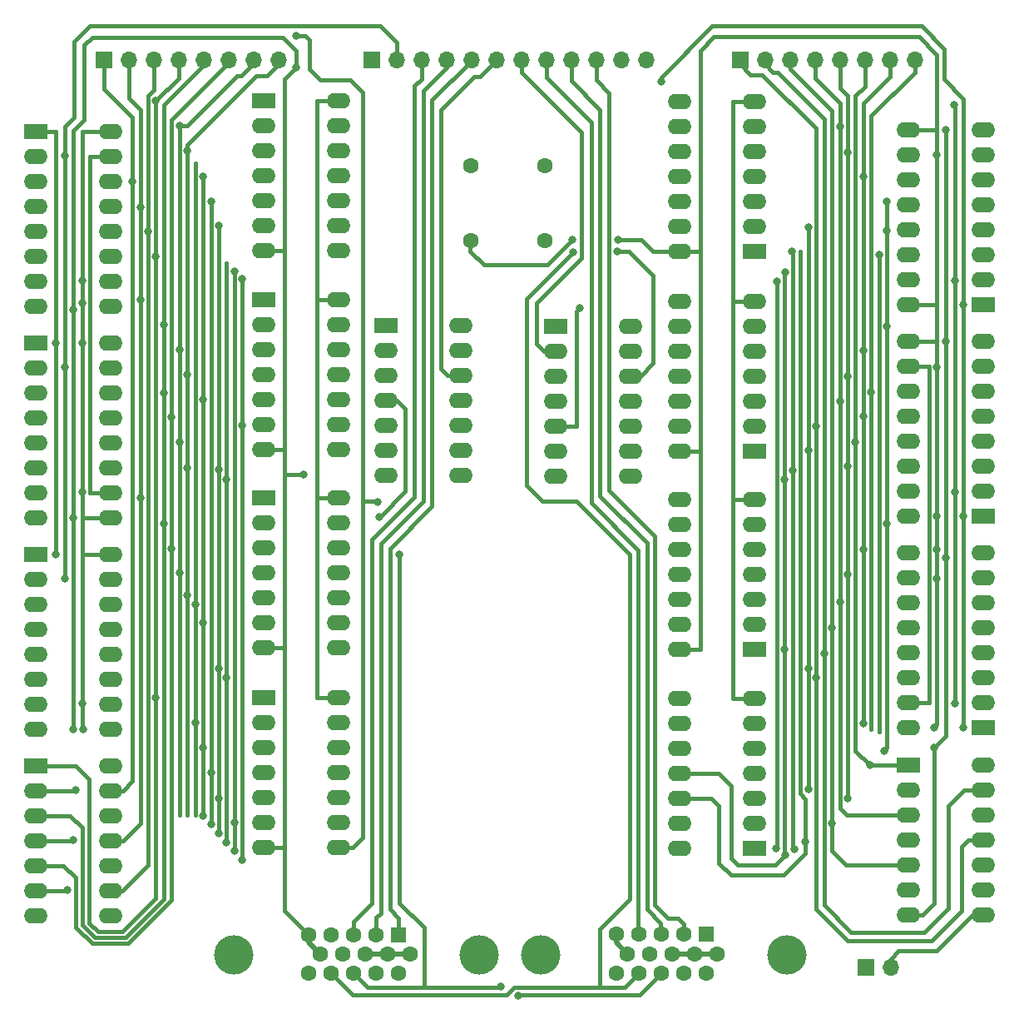
<source format=gbr>
%TF.GenerationSoftware,KiCad,Pcbnew,(6.0.5)*%
%TF.CreationDate,2023-02-18T09:08:36+02:00*%
%TF.ProjectId,VIDEOCARD_SCREENSYNC2.0,56494445-4f43-4415-9244-5f5343524545,rev?*%
%TF.SameCoordinates,Original*%
%TF.FileFunction,Copper,L2,Bot*%
%TF.FilePolarity,Positive*%
%FSLAX46Y46*%
G04 Gerber Fmt 4.6, Leading zero omitted, Abs format (unit mm)*
G04 Created by KiCad (PCBNEW (6.0.5)) date 2023-02-18 09:08:36*
%MOMM*%
%LPD*%
G01*
G04 APERTURE LIST*
%TA.AperFunction,ComponentPad*%
%ADD10C,4.000000*%
%TD*%
%TA.AperFunction,ComponentPad*%
%ADD11R,1.600000X1.600000*%
%TD*%
%TA.AperFunction,ComponentPad*%
%ADD12C,1.600000*%
%TD*%
%TA.AperFunction,ComponentPad*%
%ADD13R,2.400000X1.600000*%
%TD*%
%TA.AperFunction,ComponentPad*%
%ADD14O,2.400000X1.600000*%
%TD*%
%TA.AperFunction,ComponentPad*%
%ADD15R,1.700000X1.700000*%
%TD*%
%TA.AperFunction,ComponentPad*%
%ADD16O,1.700000X1.700000*%
%TD*%
%TA.AperFunction,ViaPad*%
%ADD17C,0.800000*%
%TD*%
%TA.AperFunction,Conductor*%
%ADD18C,0.400000*%
%TD*%
%TA.AperFunction,Conductor*%
%ADD19C,0.500000*%
%TD*%
G04 APERTURE END LIST*
D10*
%TO.P,VGA PORT 2,0*%
%TO.N,N/C*%
X149270000Y-138290000D03*
X174270000Y-138290000D03*
D11*
%TO.P,VGA PORT 2,1*%
X166085000Y-136240000D03*
D12*
%TO.P,VGA PORT 2,2*%
%TO.N,RED2*%
X163795000Y-136240000D03*
%TO.P,VGA PORT 2,3*%
%TO.N,GREEN2*%
X161505000Y-136240000D03*
%TO.P,VGA PORT 2,4*%
%TO.N,BLUE2*%
X159215000Y-136240000D03*
%TO.P,VGA PORT 2,5*%
%TO.N,GND*%
X156925000Y-136240000D03*
%TO.P,VGA PORT 2,6*%
X167230000Y-138220000D03*
%TO.P,VGA PORT 2,7*%
X164940000Y-138220000D03*
%TO.P,VGA PORT 2,8*%
X162650000Y-138220000D03*
%TO.P,VGA PORT 2,9*%
%TO.N,N/C*%
X160360000Y-138220000D03*
%TO.P,VGA PORT 2,10*%
%TO.N,GND*%
X158070000Y-138220000D03*
%TO.P,VGA PORT 2,11*%
%TO.N,N/C*%
X166085000Y-140200000D03*
%TO.P,VGA PORT 2,12*%
X163795000Y-140200000D03*
%TO.P,VGA PORT 2,13*%
%TO.N,H_SYNC*%
X161505000Y-140200000D03*
%TO.P,VGA PORT 2,14*%
%TO.N,V_SYNC*%
X159215000Y-140200000D03*
%TO.P,VGA PORT 2,15*%
%TO.N,N/C*%
X156925000Y-140200000D03*
%TD*%
D13*
%TO.P,74LS161,1*%
%TO.N,RESET1*%
X97880000Y-97570000D03*
D14*
%TO.P,74LS161,2*%
%TO.N,CLK*%
X97880000Y-100110000D03*
%TO.P,74LS161,3*%
%TO.N,N/C*%
X97880000Y-102650000D03*
%TO.P,74LS161,4*%
X97880000Y-105190000D03*
%TO.P,74LS161,5*%
X97880000Y-107730000D03*
%TO.P,74LS161,6*%
X97880000Y-110270000D03*
%TO.P,74LS161,7*%
%TO.N,VCC*%
X97880000Y-112810000D03*
%TO.P,74LS161,8*%
%TO.N,GND*%
X97880000Y-115350000D03*
%TO.P,74LS161,9*%
%TO.N,VCC*%
X105500000Y-115350000D03*
%TO.P,74LS161,10*%
%TO.N,N/C*%
X105500000Y-112810000D03*
%TO.P,74LS161,11*%
X105500000Y-110270000D03*
%TO.P,74LS161,12*%
X105500000Y-107730000D03*
%TO.P,74LS161,13*%
X105500000Y-105190000D03*
%TO.P,74LS161,14*%
%TO.N,H8*%
X105500000Y-102650000D03*
%TO.P,74LS161,15*%
%TO.N,N/C*%
X105500000Y-100110000D03*
%TO.P,74LS161,16*%
%TO.N,VCC*%
X105500000Y-97570000D03*
%TD*%
D12*
%TO.P,,1*%
%TO.N,VCC*%
X142100000Y-65700000D03*
%TD*%
D13*
%TO.P,74LS30,1*%
%TO.N,H1*%
X121080000Y-91870000D03*
D14*
%TO.P,74LS30,2*%
%TO.N,H4*%
X121080000Y-94410000D03*
%TO.P,74LS30,3*%
%TO.N,H5*%
X121080000Y-96950000D03*
%TO.P,74LS30,4*%
%TO.N,H6*%
X121080000Y-99490000D03*
%TO.P,74LS30,5*%
%TO.N,H7*%
X121080000Y-102030000D03*
%TO.P,74LS30,6*%
%TO.N,H_0*%
X121080000Y-104570000D03*
%TO.P,74LS30,7*%
%TO.N,GND*%
X121080000Y-107110000D03*
%TO.P,74LS30,8*%
%TO.N,242*%
X128700000Y-107110000D03*
%TO.P,74LS30,9*%
%TO.N,N/C*%
X128700000Y-104570000D03*
%TO.P,74LS30,10*%
X128700000Y-102030000D03*
%TO.P,74LS30,11*%
%TO.N,H_3*%
X128700000Y-99490000D03*
%TO.P,74LS30,12*%
%TO.N,H_2*%
X128700000Y-96950000D03*
%TO.P,74LS30,13*%
%TO.N,N/C*%
X128700000Y-94410000D03*
%TO.P,74LS30,14*%
%TO.N,VCC*%
X128700000Y-91870000D03*
%TD*%
D13*
%TO.P,74LS30,1*%
%TO.N,H3*%
X121080000Y-112170000D03*
D14*
%TO.P,74LS30,2*%
%TO.N,H8*%
X121080000Y-114710000D03*
%TO.P,74LS30,3*%
%TO.N,H_0*%
X121080000Y-117250000D03*
%TO.P,74LS30,4*%
%TO.N,H_1*%
X121080000Y-119790000D03*
%TO.P,74LS30,5*%
%TO.N,H_2*%
X121080000Y-122330000D03*
%TO.P,74LS30,6*%
%TO.N,H_4*%
X121080000Y-124870000D03*
%TO.P,74LS30,7*%
%TO.N,GND*%
X121080000Y-127410000D03*
%TO.P,74LS30,8*%
%TO.N,RESET1*%
X128700000Y-127410000D03*
%TO.P,74LS30,9*%
%TO.N,N/C*%
X128700000Y-124870000D03*
%TO.P,74LS30,10*%
X128700000Y-122330000D03*
%TO.P,74LS30,11*%
%TO.N,H_5*%
X128700000Y-119790000D03*
%TO.P,74LS30,12*%
X128700000Y-117250000D03*
%TO.P,74LS30,13*%
%TO.N,N/C*%
X128700000Y-114710000D03*
%TO.P,74LS30,14*%
%TO.N,VCC*%
X128700000Y-112170000D03*
%TD*%
D13*
%TO.P,74LS30,1*%
%TO.N,V_2*%
X170980000Y-66790000D03*
D14*
%TO.P,74LS30,2*%
%TO.N,V_5*%
X170980000Y-64250000D03*
%TO.P,74LS30,3*%
%TO.N,V9*%
X170980000Y-61710000D03*
%TO.P,74LS30,4*%
%TO.N,V6*%
X170980000Y-59170000D03*
%TO.P,74LS30,5*%
%TO.N,V4*%
X170980000Y-56630000D03*
%TO.P,74LS30,6*%
%TO.N,V3*%
X170980000Y-54090000D03*
%TO.P,74LS30,7*%
%TO.N,GND*%
X170980000Y-51550000D03*
%TO.P,74LS30,8*%
%TO.N,600*%
X163360000Y-51550000D03*
%TO.P,74LS30,9*%
%TO.N,N/C*%
X163360000Y-54090000D03*
%TO.P,74LS30,10*%
X163360000Y-56630000D03*
%TO.P,74LS30,11*%
%TO.N,V_1*%
X163360000Y-59170000D03*
%TO.P,74LS30,12*%
%TO.N,V_0*%
X163360000Y-61710000D03*
%TO.P,74LS30,13*%
%TO.N,N/C*%
X163360000Y-64250000D03*
%TO.P,74LS30,14*%
%TO.N,VCC*%
X163360000Y-66790000D03*
%TD*%
D13*
%TO.P,74LS04,1*%
%TO.N,V5*%
X186680000Y-119060000D03*
D14*
%TO.P,74LS04,2*%
%TO.N,V_5*%
X186680000Y-121600000D03*
%TO.P,74LS04,3*%
%TO.N,V3*%
X186680000Y-124140000D03*
%TO.P,74LS04,4*%
%TO.N,V_3*%
X186680000Y-126680000D03*
%TO.P,74LS04,5*%
%TO.N,V2*%
X186680000Y-129220000D03*
%TO.P,74LS04,6*%
%TO.N,V_2*%
X186680000Y-131760000D03*
%TO.P,74LS04,7*%
%TO.N,GND*%
X186680000Y-134300000D03*
%TO.P,74LS04,8*%
%TO.N,N/C*%
X194300000Y-134300000D03*
%TO.P,74LS04,9*%
X194300000Y-131760000D03*
%TO.P,74LS04,10*%
%TO.N,V_0*%
X194300000Y-129220000D03*
%TO.P,74LS04,11*%
%TO.N,V0*%
X194300000Y-126680000D03*
%TO.P,74LS04,12*%
%TO.N,V_1*%
X194300000Y-124140000D03*
%TO.P,74LS04,13*%
%TO.N,V1*%
X194300000Y-121600000D03*
%TO.P,74LS04,14*%
%TO.N,VCC*%
X194300000Y-119060000D03*
%TD*%
D13*
%TO.P,74LS161,1*%
%TO.N,RESET2*%
X194280000Y-115240000D03*
D14*
%TO.P,74LS161,2*%
%TO.N,RESET1*%
X194280000Y-112700000D03*
%TO.P,74LS161,3*%
%TO.N,N/C*%
X194280000Y-110160000D03*
%TO.P,74LS161,4*%
X194280000Y-107620000D03*
%TO.P,74LS161,5*%
X194280000Y-105080000D03*
%TO.P,74LS161,6*%
X194280000Y-102540000D03*
%TO.P,74LS161,7*%
%TO.N,VCC*%
X194280000Y-100000000D03*
%TO.P,74LS161,8*%
%TO.N,GND*%
X194280000Y-97460000D03*
%TO.P,74LS161,9*%
%TO.N,VCC*%
X186660000Y-97460000D03*
%TO.P,74LS161,10*%
X186660000Y-100000000D03*
%TO.P,74LS161,11*%
%TO.N,V3*%
X186660000Y-102540000D03*
%TO.P,74LS161,12*%
%TO.N,V2*%
X186660000Y-105080000D03*
%TO.P,74LS161,13*%
%TO.N,V1*%
X186660000Y-107620000D03*
%TO.P,74LS161,14*%
%TO.N,V0*%
X186660000Y-110160000D03*
%TO.P,74LS161,15*%
%TO.N,N/C*%
X186660000Y-112700000D03*
%TO.P,74LS161,16*%
%TO.N,VCC*%
X186660000Y-115240000D03*
%TD*%
%TO.P,74LS00,14*%
%TO.N,VCC*%
X158420000Y-74375000D03*
%TO.P,74LS00,13*%
%TO.N,601*%
X158420000Y-76915000D03*
%TO.P,74LS00,12*%
%TO.N,V_SYNC*%
X158420000Y-79455000D03*
%TO.P,74LS00,11*%
%TO.N,N/C*%
X158420000Y-81995000D03*
%TO.P,74LS00,10*%
X158420000Y-84535000D03*
%TO.P,74LS00,9*%
%TO.N,605*%
X158420000Y-87075000D03*
%TO.P,74LS00,8*%
%TO.N,V_SYNC*%
X158420000Y-89615000D03*
%TO.P,74LS00,7*%
%TO.N,GND*%
X150800000Y-89615000D03*
%TO.P,74LS00,6*%
%TO.N,V_BLANK*%
X150800000Y-87075000D03*
%TO.P,74LS00,5*%
%TO.N,RESET2*%
X150800000Y-84535000D03*
%TO.P,74LS00,4*%
%TO.N,N/C*%
X150800000Y-81995000D03*
%TO.P,74LS00,3*%
X150800000Y-79455000D03*
%TO.P,74LS00,2*%
%TO.N,V_BLANK*%
X150800000Y-76915000D03*
D13*
%TO.P,74LS00,1*%
%TO.N,600*%
X150800000Y-74375000D03*
%TD*%
%TO.P,74LS30,1*%
%TO.N,H3*%
X121080000Y-51470000D03*
D14*
%TO.P,74LS30,2*%
%TO.N,H6*%
X121080000Y-54010000D03*
%TO.P,74LS30,3*%
%TO.N,H7*%
X121080000Y-56550000D03*
%TO.P,74LS30,4*%
%TO.N,H_0*%
X121080000Y-59090000D03*
%TO.P,74LS30,5*%
%TO.N,H_1*%
X121080000Y-61630000D03*
%TO.P,74LS30,6*%
%TO.N,H_2*%
X121080000Y-64170000D03*
%TO.P,74LS30,7*%
%TO.N,GND*%
X121080000Y-66710000D03*
%TO.P,74LS30,8*%
%TO.N,200*%
X128700000Y-66710000D03*
%TO.P,74LS30,9*%
%TO.N,N/C*%
X128700000Y-64170000D03*
%TO.P,74LS30,10*%
X128700000Y-61630000D03*
%TO.P,74LS30,11*%
%TO.N,H_5*%
X128700000Y-59090000D03*
%TO.P,74LS30,12*%
%TO.N,H_4*%
X128700000Y-56550000D03*
%TO.P,74LS30,13*%
%TO.N,N/C*%
X128700000Y-54010000D03*
%TO.P,74LS30,14*%
%TO.N,VCC*%
X128700000Y-51470000D03*
%TD*%
D15*
%TO.P,REF\u002A\u002A,1*%
%TO.N,V0*%
X169525000Y-47275000D03*
D16*
%TO.P,REF\u002A\u002A,2*%
%TO.N,V1*%
X172065000Y-47275000D03*
%TO.P,REF\u002A\u002A,3*%
%TO.N,V2*%
X174605000Y-47275000D03*
%TO.P,REF\u002A\u002A,4*%
%TO.N,V3*%
X177145000Y-47275000D03*
%TO.P,REF\u002A\u002A,5*%
%TO.N,V4*%
X179685000Y-47275000D03*
%TO.P,REF\u002A\u002A,6*%
%TO.N,V5*%
X182225000Y-47275000D03*
%TO.P,REF\u002A\u002A,7*%
%TO.N,V6*%
X184765000Y-47275000D03*
%TO.P,REF\u002A\u002A,8*%
%TO.N,V7*%
X187305000Y-47275000D03*
%TD*%
D13*
%TO.P,74LS161,1*%
%TO.N,RESET1*%
X97880000Y-54570000D03*
D14*
%TO.P,74LS161,2*%
%TO.N,CLK*%
X97880000Y-57110000D03*
%TO.P,74LS161,3*%
%TO.N,N/C*%
X97880000Y-59650000D03*
%TO.P,74LS161,4*%
X97880000Y-62190000D03*
%TO.P,74LS161,5*%
X97880000Y-64730000D03*
%TO.P,74LS161,6*%
X97880000Y-67270000D03*
%TO.P,74LS161,7*%
%TO.N,VCC*%
X97880000Y-69810000D03*
%TO.P,74LS161,8*%
%TO.N,GND*%
X97880000Y-72350000D03*
%TO.P,74LS161,9*%
%TO.N,VCC*%
X105500000Y-72350000D03*
%TO.P,74LS161,10*%
X105500000Y-69810000D03*
%TO.P,74LS161,11*%
%TO.N,H3*%
X105500000Y-67270000D03*
%TO.P,74LS161,12*%
%TO.N,H2*%
X105500000Y-64730000D03*
%TO.P,74LS161,13*%
%TO.N,H1*%
X105500000Y-62190000D03*
%TO.P,74LS161,14*%
%TO.N,H0*%
X105500000Y-59650000D03*
%TO.P,74LS161,15*%
%TO.N,N/C*%
X105500000Y-57110000D03*
%TO.P,74LS161,16*%
%TO.N,VCC*%
X105500000Y-54570000D03*
%TD*%
D10*
%TO.P,VGA PORT 1,0*%
%TO.N,N/C*%
X117975000Y-138300000D03*
X142975000Y-138300000D03*
D11*
%TO.P,VGA PORT 1,1*%
%TO.N,RED1*%
X134790000Y-136250000D03*
D12*
%TO.P,VGA PORT 1,2*%
%TO.N,GREEN1*%
X132500000Y-136250000D03*
%TO.P,VGA PORT 1,3*%
%TO.N,BLUE1*%
X130210000Y-136250000D03*
%TO.P,VGA PORT 1,4*%
%TO.N,N/C*%
X127920000Y-136250000D03*
%TO.P,VGA PORT 1,5*%
%TO.N,GND*%
X125630000Y-136250000D03*
%TO.P,VGA PORT 1,6*%
X135935000Y-138230000D03*
%TO.P,VGA PORT 1,7*%
X133645000Y-138230000D03*
%TO.P,VGA PORT 1,8*%
X131355000Y-138230000D03*
%TO.P,VGA PORT 1,9*%
%TO.N,N/C*%
X129065000Y-138230000D03*
%TO.P,VGA PORT 1,10*%
%TO.N,GND*%
X126775000Y-138230000D03*
%TO.P,VGA PORT 1,11*%
%TO.N,N/C*%
X134790000Y-140210000D03*
%TO.P,VGA PORT 1,12*%
X132500000Y-140210000D03*
%TO.P,VGA PORT 1,13*%
%TO.N,H_SYNC*%
X130210000Y-140210000D03*
%TO.P,VGA PORT 1,14*%
%TO.N,V_SYNC*%
X127920000Y-140210000D03*
%TO.P,VGA PORT 1,15*%
%TO.N,N/C*%
X125630000Y-140210000D03*
%TD*%
D13*
%TO.P,74LS161,1*%
%TO.N,RESET1*%
X97880000Y-76070000D03*
D14*
%TO.P,74LS161,2*%
%TO.N,CLK*%
X97880000Y-78610000D03*
%TO.P,74LS161,3*%
%TO.N,N/C*%
X97880000Y-81150000D03*
%TO.P,74LS161,4*%
X97880000Y-83690000D03*
%TO.P,74LS161,5*%
X97880000Y-86230000D03*
%TO.P,74LS161,6*%
X97880000Y-88770000D03*
%TO.P,74LS161,7*%
%TO.N,VCC*%
X97880000Y-91310000D03*
%TO.P,74LS161,8*%
%TO.N,GND*%
X97880000Y-93850000D03*
%TO.P,74LS161,9*%
%TO.N,VCC*%
X105500000Y-93850000D03*
%TO.P,74LS161,10*%
%TO.N,N/C*%
X105500000Y-91310000D03*
%TO.P,74LS161,11*%
%TO.N,H7*%
X105500000Y-88770000D03*
%TO.P,74LS161,12*%
%TO.N,H6*%
X105500000Y-86230000D03*
%TO.P,74LS161,13*%
%TO.N,H5*%
X105500000Y-83690000D03*
%TO.P,74LS161,14*%
%TO.N,H4*%
X105500000Y-81150000D03*
%TO.P,74LS161,15*%
%TO.N,N/C*%
X105500000Y-78610000D03*
%TO.P,74LS161,16*%
%TO.N,VCC*%
X105500000Y-76070000D03*
%TD*%
D12*
%TO.P,,2*%
%TO.N,CLK*%
X142100000Y-58100000D03*
%TD*%
D15*
%TO.P,REF\u002A\u002A,1*%
%TO.N,H0*%
X104800000Y-47300000D03*
D16*
%TO.P,REF\u002A\u002A,2*%
%TO.N,H1*%
X107340000Y-47300000D03*
%TO.P,REF\u002A\u002A,3*%
%TO.N,H2*%
X109880000Y-47300000D03*
%TO.P,REF\u002A\u002A,4*%
%TO.N,H3*%
X112420000Y-47300000D03*
%TO.P,REF\u002A\u002A,5*%
%TO.N,H4*%
X114960000Y-47300000D03*
%TO.P,REF\u002A\u002A,6*%
%TO.N,H5*%
X117500000Y-47300000D03*
%TO.P,REF\u002A\u002A,7*%
%TO.N,H6*%
X120040000Y-47300000D03*
%TO.P,REF\u002A\u002A,8*%
%TO.N,H7*%
X122580000Y-47300000D03*
%TD*%
D13*
%TO.P,74LS30,1*%
%TO.N,V_5*%
X170980000Y-87090000D03*
D14*
%TO.P,74LS30,2*%
%TO.N,V0*%
X170980000Y-84550000D03*
%TO.P,74LS30,3*%
%TO.N,V3*%
X170980000Y-82010000D03*
%TO.P,74LS30,4*%
%TO.N,V4*%
X170980000Y-79470000D03*
%TO.P,74LS30,5*%
%TO.N,V6*%
X170980000Y-76930000D03*
%TO.P,74LS30,6*%
%TO.N,V9*%
X170980000Y-74390000D03*
%TO.P,74LS30,7*%
%TO.N,GND*%
X170980000Y-71850000D03*
%TO.P,74LS30,8*%
%TO.N,601*%
X163360000Y-71850000D03*
%TO.P,74LS30,9*%
%TO.N,N/C*%
X163360000Y-74390000D03*
%TO.P,74LS30,10*%
X163360000Y-76930000D03*
%TO.P,74LS30,11*%
%TO.N,V_2*%
X163360000Y-79470000D03*
%TO.P,74LS30,12*%
%TO.N,V_1*%
X163360000Y-82010000D03*
%TO.P,74LS30,13*%
%TO.N,N/C*%
X163360000Y-84550000D03*
%TO.P,74LS30,14*%
%TO.N,VCC*%
X163360000Y-87090000D03*
%TD*%
D13*
%TO.P,74LS161,1*%
%TO.N,RESET2*%
X194280000Y-72240000D03*
D14*
%TO.P,74LS161,2*%
%TO.N,RESET1*%
X194280000Y-69700000D03*
%TO.P,74LS161,3*%
%TO.N,N/C*%
X194280000Y-67160000D03*
%TO.P,74LS161,4*%
X194280000Y-64620000D03*
%TO.P,74LS161,5*%
X194280000Y-62080000D03*
%TO.P,74LS161,6*%
X194280000Y-59540000D03*
%TO.P,74LS161,7*%
%TO.N,VCC*%
X194280000Y-57000000D03*
%TO.P,74LS161,8*%
%TO.N,GND*%
X194280000Y-54460000D03*
%TO.P,74LS161,9*%
%TO.N,VCC*%
X186660000Y-54460000D03*
%TO.P,74LS161,10*%
%TO.N,N/C*%
X186660000Y-57000000D03*
%TO.P,74LS161,11*%
X186660000Y-59540000D03*
%TO.P,74LS161,12*%
X186660000Y-62080000D03*
%TO.P,74LS161,13*%
%TO.N,V9*%
X186660000Y-64620000D03*
%TO.P,74LS161,14*%
%TO.N,V8*%
X186660000Y-67160000D03*
%TO.P,74LS161,15*%
%TO.N,N/C*%
X186660000Y-69700000D03*
%TO.P,74LS161,16*%
%TO.N,VCC*%
X186660000Y-72240000D03*
%TD*%
D13*
%TO.P,74LS30,1*%
%TO.N,H1*%
X121080000Y-71670000D03*
D14*
%TO.P,74LS30,2*%
%TO.N,H4*%
X121080000Y-74210000D03*
%TO.P,74LS30,3*%
%TO.N,H6*%
X121080000Y-76750000D03*
%TO.P,74LS30,4*%
%TO.N,H7*%
X121080000Y-79290000D03*
%TO.P,74LS30,5*%
%TO.N,H_0*%
X121080000Y-81830000D03*
%TO.P,74LS30,6*%
%TO.N,H_5*%
X121080000Y-84370000D03*
%TO.P,74LS30,7*%
%TO.N,GND*%
X121080000Y-86910000D03*
%TO.P,74LS30,8*%
%TO.N,210*%
X128700000Y-86910000D03*
%TO.P,74LS30,9*%
%TO.N,N/C*%
X128700000Y-84370000D03*
%TO.P,74LS30,10*%
X128700000Y-81830000D03*
%TO.P,74LS30,11*%
%TO.N,H_3*%
X128700000Y-79290000D03*
%TO.P,74LS30,12*%
%TO.N,H_2*%
X128700000Y-76750000D03*
%TO.P,74LS30,13*%
%TO.N,N/C*%
X128700000Y-74210000D03*
%TO.P,74LS30,14*%
%TO.N,VCC*%
X128700000Y-71670000D03*
%TD*%
D15*
%TO.P,REF\u002A\u002A,1*%
%TO.N,N/C*%
X182305000Y-139570000D03*
D16*
%TO.P,REF\u002A\u002A,2*%
X184845000Y-139570000D03*
%TD*%
D12*
%TO.P,,3*%
%TO.N,GND*%
X149700000Y-58100000D03*
%TD*%
D13*
%TO.P,74LS161,1*%
%TO.N,RESET2*%
X194280000Y-93740000D03*
D14*
%TO.P,74LS161,2*%
%TO.N,RESET1*%
X194280000Y-91200000D03*
%TO.P,74LS161,3*%
%TO.N,N/C*%
X194280000Y-88660000D03*
%TO.P,74LS161,4*%
X194280000Y-86120000D03*
%TO.P,74LS161,5*%
X194280000Y-83580000D03*
%TO.P,74LS161,6*%
X194280000Y-81040000D03*
%TO.P,74LS161,7*%
%TO.N,VCC*%
X194280000Y-78500000D03*
%TO.P,74LS161,8*%
%TO.N,GND*%
X194280000Y-75960000D03*
%TO.P,74LS161,9*%
%TO.N,VCC*%
X186660000Y-75960000D03*
%TO.P,74LS161,10*%
%TO.N,N/C*%
X186660000Y-78500000D03*
%TO.P,74LS161,11*%
%TO.N,V7*%
X186660000Y-81040000D03*
%TO.P,74LS161,12*%
%TO.N,V6*%
X186660000Y-83580000D03*
%TO.P,74LS161,13*%
%TO.N,V5*%
X186660000Y-86120000D03*
%TO.P,74LS161,14*%
%TO.N,V4*%
X186660000Y-88660000D03*
%TO.P,74LS161,15*%
%TO.N,N/C*%
X186660000Y-91200000D03*
%TO.P,74LS161,16*%
%TO.N,VCC*%
X186660000Y-93740000D03*
%TD*%
D13*
%TO.P,74LS04,1*%
%TO.N,H3*%
X97880000Y-119070000D03*
D14*
%TO.P,74LS04,2*%
%TO.N,H_3*%
X97880000Y-121610000D03*
%TO.P,74LS04,3*%
%TO.N,H4*%
X97880000Y-124150000D03*
%TO.P,74LS04,4*%
%TO.N,H_4*%
X97880000Y-126690000D03*
%TO.P,74LS04,5*%
%TO.N,H5*%
X97880000Y-129230000D03*
%TO.P,74LS04,6*%
%TO.N,H_5*%
X97880000Y-131770000D03*
%TO.P,74LS04,7*%
%TO.N,GND*%
X97880000Y-134310000D03*
%TO.P,74LS04,8*%
%TO.N,H_2*%
X105500000Y-134310000D03*
%TO.P,74LS04,9*%
%TO.N,H2*%
X105500000Y-131770000D03*
%TO.P,74LS04,10*%
%TO.N,H_1*%
X105500000Y-129230000D03*
%TO.P,74LS04,11*%
%TO.N,H1*%
X105500000Y-126690000D03*
%TO.P,74LS04,12*%
%TO.N,H_0*%
X105500000Y-124150000D03*
%TO.P,74LS04,13*%
%TO.N,H0*%
X105500000Y-121610000D03*
%TO.P,74LS04,14*%
%TO.N,VCC*%
X105500000Y-119070000D03*
%TD*%
D13*
%TO.P,74LS00,1*%
%TO.N,242*%
X133500000Y-74300000D03*
D14*
%TO.P,74LS00,2*%
%TO.N,N/C*%
X133500000Y-76840000D03*
%TO.P,74LS00,3*%
%TO.N,H_SYNC*%
X133500000Y-79380000D03*
%TO.P,74LS00,4*%
X133500000Y-81920000D03*
%TO.P,74LS00,5*%
%TO.N,210*%
X133500000Y-84460000D03*
%TO.P,74LS00,6*%
%TO.N,N/C*%
X133500000Y-87000000D03*
%TO.P,74LS00,7*%
%TO.N,GND*%
X133500000Y-89540000D03*
%TO.P,74LS00,8*%
%TO.N,H_BLANK*%
X141120000Y-89540000D03*
%TO.P,74LS00,9*%
%TO.N,RESET1*%
X141120000Y-87000000D03*
%TO.P,74LS00,10*%
%TO.N,N/C*%
X141120000Y-84460000D03*
%TO.P,74LS00,11*%
X141120000Y-81920000D03*
%TO.P,74LS00,12*%
%TO.N,H_BLANK*%
X141120000Y-79380000D03*
%TO.P,74LS00,13*%
%TO.N,200*%
X141120000Y-76840000D03*
%TO.P,74LS00,14*%
%TO.N,VCC*%
X141120000Y-74300000D03*
%TD*%
D13*
%TO.P,74LS30,1*%
%TO.N,V_1*%
X170980000Y-107290000D03*
D14*
%TO.P,74LS30,2*%
%TO.N,V2*%
X170980000Y-104750000D03*
%TO.P,74LS30,3*%
%TO.N,V3*%
X170980000Y-102210000D03*
%TO.P,74LS30,4*%
%TO.N,V4*%
X170980000Y-99670000D03*
%TO.P,74LS30,5*%
%TO.N,V6*%
X170980000Y-97130000D03*
%TO.P,74LS30,6*%
%TO.N,V9*%
X170980000Y-94590000D03*
%TO.P,74LS30,7*%
%TO.N,GND*%
X170980000Y-92050000D03*
%TO.P,74LS30,8*%
%TO.N,605*%
X163360000Y-92050000D03*
%TO.P,74LS30,9*%
%TO.N,N/C*%
X163360000Y-94590000D03*
%TO.P,74LS30,10*%
X163360000Y-97130000D03*
%TO.P,74LS30,11*%
%TO.N,V_5*%
X163360000Y-99670000D03*
%TO.P,74LS30,12*%
%TO.N,V0*%
X163360000Y-102210000D03*
%TO.P,74LS30,13*%
%TO.N,N/C*%
X163360000Y-104750000D03*
%TO.P,74LS30,14*%
%TO.N,VCC*%
X163360000Y-107290000D03*
%TD*%
D15*
%TO.P,REF\u002A\u002A,1*%
%TO.N,VCC*%
X132025000Y-47275000D03*
D16*
%TO.P,REF\u002A\u002A,2*%
%TO.N,CLK*%
X134565000Y-47275000D03*
%TO.P,REF\u002A\u002A,3*%
%TO.N,BLUE1*%
X137105000Y-47275000D03*
%TO.P,REF\u002A\u002A,4*%
%TO.N,GREEN1*%
X139645000Y-47275000D03*
%TO.P,REF\u002A\u002A,5*%
%TO.N,RED1*%
X142185000Y-47275000D03*
%TO.P,REF\u002A\u002A,6*%
%TO.N,H_BLANK*%
X144725000Y-47275000D03*
%TO.P,REF\u002A\u002A,7*%
%TO.N,V_BLANK*%
X147265000Y-47275000D03*
%TO.P,REF\u002A\u002A,8*%
%TO.N,BLUE2*%
X149805000Y-47275000D03*
%TO.P,REF\u002A\u002A,9*%
%TO.N,GREEN2*%
X152345000Y-47275000D03*
%TO.P,REF\u002A\u002A,10*%
%TO.N,RED2*%
X154885000Y-47275000D03*
%TO.P,REF\u002A\u002A,11*%
%TO.N,GND*%
X157425000Y-47275000D03*
%TO.P,REF\u002A\u002A,12*%
%TO.N,N/C*%
X159965000Y-47275000D03*
%TD*%
D12*
%TO.P,,4*%
%TO.N,N/C*%
X149700000Y-65700000D03*
%TD*%
D13*
%TO.P,74LS30,1*%
%TO.N,V_0*%
X170980000Y-127490000D03*
D14*
%TO.P,74LS30,2*%
%TO.N,V2*%
X170980000Y-124950000D03*
%TO.P,74LS30,3*%
%TO.N,V4*%
X170980000Y-122410000D03*
%TO.P,74LS30,4*%
%TO.N,V5*%
X170980000Y-119870000D03*
%TO.P,74LS30,5*%
%TO.N,V9*%
X170980000Y-117330000D03*
%TO.P,74LS30,6*%
%TO.N,V6*%
X170980000Y-114790000D03*
%TO.P,74LS30,7*%
%TO.N,GND*%
X170980000Y-112250000D03*
%TO.P,74LS30,8*%
%TO.N,RESET2*%
X163360000Y-112250000D03*
%TO.P,74LS30,9*%
%TO.N,N/C*%
X163360000Y-114790000D03*
%TO.P,74LS30,10*%
X163360000Y-117330000D03*
%TO.P,74LS30,11*%
%TO.N,V_1*%
X163360000Y-119870000D03*
%TO.P,74LS30,12*%
%TO.N,V_3*%
X163360000Y-122410000D03*
%TO.P,74LS30,13*%
%TO.N,N/C*%
X163360000Y-124950000D03*
%TO.P,74LS30,14*%
%TO.N,VCC*%
X163360000Y-127490000D03*
%TD*%
D17*
%TO.N,V_SYNC*%
X152550000Y-66850000D03*
X157050000Y-66750000D03*
%TO.N,RESET2*%
X153200000Y-72550000D03*
%TO.N,H_SYNC*%
X134880000Y-97570000D03*
%TO.N,*%
X132680000Y-92270000D03*
X152480000Y-65570000D03*
X157080000Y-65570000D03*
%TO.N,H_SYNC*%
X132780000Y-93770000D03*
%TO.N,*%
X113280000Y-88770000D03*
X110880000Y-81170000D03*
X111680000Y-83670000D03*
X161480000Y-49470000D03*
X112480000Y-86170000D03*
%TO.N,GND*%
X189300000Y-117200000D03*
X190500000Y-97950000D03*
X125100000Y-89500000D03*
X101680000Y-115370000D03*
X101700000Y-72700000D03*
X190480000Y-75940000D03*
X124380000Y-48070000D03*
X190480000Y-54440000D03*
X101680000Y-93870000D03*
%TO.N,VCC*%
X189580000Y-93740000D03*
X102580000Y-112770000D03*
X189580000Y-97100000D03*
X102580000Y-91270000D03*
X102580000Y-69770000D03*
X189580000Y-56970000D03*
X102580000Y-76070000D03*
X102680000Y-115370000D03*
X102580500Y-72000000D03*
X189580000Y-78540000D03*
X189580000Y-100040000D03*
X189250000Y-115200000D03*
%TO.N,CLK*%
X100780000Y-57070000D03*
X100780000Y-100070000D03*
X100780000Y-78570000D03*
%TO.N,H1*%
X108480000Y-91870000D03*
X108480000Y-71670000D03*
X108480000Y-62270000D03*
%TO.N,H2*%
X109280000Y-64770000D03*
%TO.N,H3*%
X110080000Y-112170000D03*
X110080000Y-51470000D03*
X110080000Y-67270000D03*
%TO.N,H4*%
X110880000Y-94470000D03*
X110880000Y-74270000D03*
%TO.N,H5*%
X111680000Y-96970000D03*
%TO.N,H6*%
X112480000Y-53970000D03*
X112480000Y-76770000D03*
X112480000Y-99470000D03*
%TO.N,H7*%
X113280000Y-79270000D03*
X113280000Y-56570000D03*
X113280000Y-101770000D03*
%TO.N,H0*%
X107650000Y-59650000D03*
%TO.N,V0*%
X177280000Y-110160000D03*
X177280000Y-84590000D03*
%TO.N,V1*%
X178080000Y-107660000D03*
%TO.N,V2*%
X178880000Y-124920000D03*
X178880000Y-105060000D03*
%TO.N,V3*%
X179680000Y-54080000D03*
X179680000Y-81990000D03*
X179680000Y-102390000D03*
%TO.N,V4*%
X180500000Y-122400000D03*
X180480000Y-79480000D03*
X180480000Y-56680000D03*
X180480000Y-99620000D03*
X180480000Y-88660000D03*
%TO.N,V5*%
X182760000Y-119060000D03*
X181280000Y-86160000D03*
%TO.N,V6*%
X182080000Y-83560000D03*
X182080000Y-76890000D03*
X182080000Y-114800000D03*
X182080000Y-97120000D03*
X182080000Y-59120000D03*
%TO.N,V7*%
X182880000Y-81060000D03*
%TO.N,H_1*%
X115680000Y-61670000D03*
X115680000Y-125070000D03*
X115680000Y-119770000D03*
%TO.N,H_2*%
X116480000Y-125970000D03*
X116480000Y-64170000D03*
X116480000Y-109170000D03*
X116480000Y-122370000D03*
X116480000Y-88970000D03*
%TO.N,H_3*%
X117280000Y-126870000D03*
X101900000Y-121600000D03*
X117280000Y-89970000D03*
X117280000Y-110170000D03*
%TO.N,H_4*%
X101630000Y-126670000D03*
X118080000Y-127770000D03*
X118080000Y-124870000D03*
X118080000Y-68770000D03*
%TO.N,H_5*%
X101050000Y-131750000D03*
X118880000Y-69570000D03*
X118880000Y-128670000D03*
X118880000Y-84470000D03*
%TO.N,H_0*%
X114880000Y-104570000D03*
X114880000Y-81870000D03*
X114880000Y-117270000D03*
X114880000Y-124170000D03*
X114880000Y-59170000D03*
%TO.N,V_0*%
X173200000Y-127500000D03*
X173280000Y-69790000D03*
%TO.N,V_1*%
X174080000Y-107280000D03*
X174100000Y-68900000D03*
X174080000Y-90020000D03*
X174100000Y-128200000D03*
%TO.N,V_2*%
X174800000Y-66800000D03*
X174880000Y-89020000D03*
X175100000Y-127600000D03*
%TO.N,V_3*%
X176200000Y-126770000D03*
%TO.N,V_5*%
X176500000Y-121500000D03*
X176480000Y-109220000D03*
X176480000Y-87020000D03*
X176480000Y-64290000D03*
%TO.N,H_SYNC*%
X146980000Y-142470000D03*
X145180000Y-141570000D03*
%TO.N,RESET1*%
X99880000Y-76070000D03*
X191380000Y-91240000D03*
X191380000Y-69740000D03*
X124380000Y-44870000D03*
X191280000Y-51870000D03*
X191380000Y-112740000D03*
X99880000Y-97570000D03*
%TO.N,RESET2*%
X192280000Y-93740000D03*
X192280000Y-72240000D03*
X192280000Y-115240000D03*
%TO.N,V8*%
X183680000Y-67160000D03*
%TO.N,V9*%
X184180000Y-117570000D03*
X184480000Y-64660000D03*
X184480000Y-61710000D03*
X184480000Y-94480000D03*
X184480000Y-74390000D03*
%TO.N,H8*%
X114080000Y-102670000D03*
X114080000Y-114670000D03*
%TD*%
D18*
%TO.N,V_SYNC*%
X155280000Y-141570000D02*
X155250000Y-141600000D01*
X158280000Y-97580000D02*
X158280000Y-132670000D01*
X149400000Y-92150000D02*
X152850000Y-92150000D01*
X147800000Y-71600000D02*
X147800000Y-90550000D01*
X147800000Y-90550000D02*
X149400000Y-92150000D01*
X158280000Y-132670000D02*
X155280000Y-135670000D01*
X152550000Y-66850000D02*
X147800000Y-71600000D01*
X152850000Y-92150000D02*
X158280000Y-97580000D01*
X155280000Y-135670000D02*
X155280000Y-141570000D01*
X160700000Y-69200000D02*
X158250000Y-66750000D01*
X158250000Y-66750000D02*
X157050000Y-66750000D01*
X160700000Y-78150000D02*
X160700000Y-69200000D01*
X159395000Y-79455000D02*
X160700000Y-78150000D01*
X158420000Y-79455000D02*
X159395000Y-79455000D01*
%TO.N,V_BLANK*%
X153380000Y-67470000D02*
X153380000Y-54670000D01*
X148850000Y-76200000D02*
X148850000Y-72000000D01*
X148850000Y-72000000D02*
X153380000Y-67470000D01*
X149565000Y-76915000D02*
X148850000Y-76200000D01*
X147265000Y-48555000D02*
X147265000Y-47275000D01*
X150800000Y-76915000D02*
X149565000Y-76915000D01*
X153380000Y-54670000D02*
X147265000Y-48555000D01*
%TO.N,RESET2*%
X152880000Y-72870000D02*
X152880000Y-84535000D01*
X153200000Y-72550000D02*
X152880000Y-72870000D01*
X152880000Y-84535000D02*
X150800000Y-84535000D01*
%TO.N,H_BLANK*%
X139730000Y-79380000D02*
X141120000Y-79380000D01*
X139050000Y-52400000D02*
X139050000Y-78700000D01*
X142480000Y-48970000D02*
X139050000Y-52400000D01*
X144725000Y-47325000D02*
X143080000Y-48970000D01*
X143080000Y-48970000D02*
X142480000Y-48970000D01*
X144725000Y-47275000D02*
X144725000Y-47325000D01*
X139050000Y-78700000D02*
X139730000Y-79380000D01*
%TO.N,H_SYNC*%
X134880000Y-97570000D02*
X134880000Y-133070000D01*
%TO.N,RESET1*%
X132680000Y-92270000D02*
X132610000Y-92200000D01*
%TO.N,H_SYNC*%
X137380000Y-135570000D02*
X137380000Y-141470000D01*
X137380000Y-141470000D02*
X137250000Y-141600000D01*
X134880000Y-133070000D02*
X137380000Y-135570000D01*
X132880000Y-93770000D02*
X135480000Y-91170000D01*
X132780000Y-93770000D02*
X132880000Y-93770000D01*
X135480000Y-91170000D02*
X135480000Y-82770000D01*
X135480000Y-82770000D02*
X134630000Y-81920000D01*
X134630000Y-81920000D02*
X133500000Y-81920000D01*
%TO.N,VCC*%
X152480000Y-65570000D02*
X149880000Y-68170000D01*
X149880000Y-68170000D02*
X143480000Y-68170000D01*
X143480000Y-68170000D02*
X142080000Y-66770000D01*
X142080000Y-65720000D02*
X142100000Y-65700000D01*
X142080000Y-66770000D02*
X142080000Y-65720000D01*
%TO.N,*%
X184845000Y-138705000D02*
X184845000Y-139570000D01*
X188780000Y-78500000D02*
X186660000Y-78500000D01*
X188780000Y-112700000D02*
X188780000Y-78500000D01*
X103380000Y-57110000D02*
X103380000Y-91310000D01*
X185680000Y-137870000D02*
X184845000Y-138705000D01*
X186660000Y-112700000D02*
X188780000Y-112700000D01*
X194300000Y-134300000D02*
X193150000Y-134300000D01*
X193150000Y-134300000D02*
X189580000Y-137870000D01*
X105500000Y-57110000D02*
X103380000Y-57110000D01*
X189580000Y-137870000D02*
X185680000Y-137870000D01*
X103380000Y-91310000D02*
X105500000Y-91310000D01*
%TO.N,GND*%
X190480000Y-75940000D02*
X190480000Y-54440000D01*
X123180000Y-89380000D02*
X123180000Y-86910000D01*
X123180000Y-107110000D02*
X123180000Y-89380000D01*
X123180000Y-112260000D02*
X123180000Y-127410000D01*
X101680000Y-72680000D02*
X101680000Y-54520000D01*
X190480000Y-116020000D02*
X190480000Y-97440000D01*
X124380000Y-48070000D02*
X123780000Y-48670000D01*
X123010000Y-45000000D02*
X124380000Y-46370000D01*
X124380000Y-48070000D02*
X124380000Y-47970000D01*
X125100000Y-89500000D02*
X123300000Y-89500000D01*
X123180000Y-66710000D02*
X121080000Y-66710000D01*
X189300000Y-117200000D02*
X189300000Y-133100000D01*
X170980000Y-51550000D02*
X168780000Y-51550000D01*
X168780000Y-92050000D02*
X168780000Y-112250000D01*
X101680000Y-72720000D02*
X101700000Y-72700000D01*
D19*
X133645000Y-138230000D02*
X135935000Y-138230000D01*
D18*
X168780000Y-71850000D02*
X168780000Y-92050000D01*
X189300000Y-117200000D02*
X190480000Y-116020000D01*
X123180000Y-112260000D02*
X123180000Y-107110000D01*
X168780000Y-71850000D02*
X170980000Y-71850000D01*
X123180000Y-86910000D02*
X121080000Y-86910000D01*
X190480000Y-75940000D02*
X190480000Y-97440000D01*
X168780000Y-112250000D02*
X170980000Y-112250000D01*
X123180000Y-107110000D02*
X121080000Y-107110000D01*
X102800000Y-45800000D02*
X103600000Y-45000000D01*
X188100000Y-134300000D02*
X186680000Y-134300000D01*
X124380000Y-46370000D02*
X124380000Y-48070000D01*
X123180000Y-86910000D02*
X123180000Y-66710000D01*
X189300000Y-133100000D02*
X188100000Y-134300000D01*
X123180000Y-127410000D02*
X123180000Y-133800000D01*
X123180000Y-49270000D02*
X123180000Y-66710000D01*
D19*
X156925000Y-137075000D02*
X158070000Y-138220000D01*
D18*
X123180000Y-133800000D02*
X125630000Y-136250000D01*
D19*
X162650000Y-138220000D02*
X164940000Y-138220000D01*
D18*
X168780000Y-51550000D02*
X168780000Y-71850000D01*
X101680000Y-93870000D02*
X101680000Y-115370000D01*
D19*
X167230000Y-138220000D02*
X164940000Y-138220000D01*
X125630000Y-136250000D02*
X125630000Y-137085000D01*
D18*
X102800000Y-53400000D02*
X102800000Y-45800000D01*
X101680000Y-93870000D02*
X101680000Y-72720000D01*
X123780000Y-48670000D02*
X123180000Y-49270000D01*
X168780000Y-92050000D02*
X170980000Y-92050000D01*
X101700000Y-72700000D02*
X101680000Y-72680000D01*
X103600000Y-45000000D02*
X123010000Y-45000000D01*
X101680000Y-54520000D02*
X102800000Y-53400000D01*
D19*
X131355000Y-138230000D02*
X133645000Y-138230000D01*
X125630000Y-137085000D02*
X126775000Y-138230000D01*
D18*
X123300000Y-89500000D02*
X123180000Y-89380000D01*
X123180000Y-127410000D02*
X121080000Y-127410000D01*
D19*
X156925000Y-136240000D02*
X156925000Y-137075000D01*
D18*
%TO.N,VCC*%
X186860000Y-72240000D02*
X186760000Y-72340000D01*
X105300000Y-97570000D02*
X105400000Y-97470000D01*
X102580000Y-76070000D02*
X102580000Y-91270000D01*
X102580000Y-97470000D02*
X102580000Y-112770000D01*
X189580000Y-114870000D02*
X189580000Y-100040000D01*
X187780000Y-44970000D02*
X166880000Y-44970000D01*
X165480000Y-66790000D02*
X163360000Y-66790000D01*
X165480000Y-87090000D02*
X165480000Y-66790000D01*
X189580000Y-72340000D02*
X189580000Y-57040000D01*
X126480000Y-112170000D02*
X128700000Y-112170000D01*
X165480000Y-107290000D02*
X163360000Y-107290000D01*
X157080000Y-65570000D02*
X159480000Y-65570000D01*
X102580000Y-69770000D02*
X102580000Y-54570000D01*
X189580000Y-78540000D02*
X189580000Y-75940000D01*
X165480000Y-107290000D02*
X165480000Y-87090000D01*
X102580500Y-72000000D02*
X102580000Y-71999500D01*
X189480000Y-72240000D02*
X186860000Y-72240000D01*
X102580000Y-72000500D02*
X102580000Y-76070000D01*
X126490000Y-112180000D02*
X126480000Y-112170000D01*
X160700000Y-66790000D02*
X163360000Y-66790000D01*
X159480000Y-65570000D02*
X160700000Y-66790000D01*
X102580000Y-93870000D02*
X102580000Y-97470000D01*
X102580000Y-97470000D02*
X102680000Y-97570000D01*
X189580000Y-97100000D02*
X189580000Y-93740000D01*
X189580000Y-54440000D02*
X189580000Y-56970000D01*
X126480000Y-91870000D02*
X128700000Y-91870000D01*
X126470000Y-51460000D02*
X126480000Y-51470000D01*
X189580000Y-75940000D02*
X186680000Y-75940000D01*
X102580000Y-91270000D02*
X102580000Y-93870000D01*
X189580000Y-93740000D02*
X189580000Y-78540000D01*
X126480000Y-51470000D02*
X126480000Y-71670000D01*
X126480000Y-91870000D02*
X126480000Y-112170000D01*
X102580500Y-72000000D02*
X102580000Y-72000500D01*
X189580000Y-46770000D02*
X187780000Y-44970000D01*
X102580000Y-54570000D02*
X105500000Y-54570000D01*
X102680000Y-115370000D02*
X102580000Y-115270000D01*
X126480000Y-71670000D02*
X128700000Y-71670000D01*
X189580000Y-56970000D02*
X189580000Y-57040000D01*
X165480000Y-46370000D02*
X165480000Y-66790000D01*
X189580000Y-54440000D02*
X189580000Y-46770000D01*
X102580000Y-115270000D02*
X102580000Y-112770000D01*
X126480000Y-71670000D02*
X126480000Y-91870000D01*
X102580000Y-71999500D02*
X102580000Y-69770000D01*
X165480000Y-87090000D02*
X163360000Y-87090000D01*
X102580000Y-93870000D02*
X105480000Y-93870000D01*
X166880000Y-44970000D02*
X165480000Y-46370000D01*
X189580000Y-100040000D02*
X189580000Y-97100000D01*
X189580000Y-54440000D02*
X189560000Y-54460000D01*
X102680000Y-97570000D02*
X105300000Y-97570000D01*
X189560000Y-54460000D02*
X186660000Y-54460000D01*
X189280000Y-115170000D02*
X189580000Y-114870000D01*
X128700000Y-51470000D02*
X126480000Y-51470000D01*
X165490000Y-66800000D02*
X165480000Y-66790000D01*
X189580000Y-72340000D02*
X189480000Y-72240000D01*
X189580000Y-75940000D02*
X189580000Y-72340000D01*
%TO.N,CLK*%
X101780000Y-45470000D02*
X103380000Y-43870000D01*
X100780000Y-54120000D02*
X101780000Y-53120000D01*
X100780000Y-78570000D02*
X100780000Y-100070000D01*
X132880000Y-43870000D02*
X134580000Y-45570000D01*
X103380000Y-43870000D02*
X132880000Y-43870000D01*
X100780000Y-78570000D02*
X100780000Y-57070000D01*
X142100000Y-58100000D02*
X142400000Y-57800000D01*
X134565000Y-45585000D02*
X134565000Y-47275000D01*
X100780000Y-57070000D02*
X100780000Y-54120000D01*
X134580000Y-45570000D02*
X134565000Y-45585000D01*
X101780000Y-53120000D02*
X101780000Y-45470000D01*
%TO.N,RED1*%
X138180000Y-51370000D02*
X142185000Y-47365000D01*
X133880000Y-96970000D02*
X138180000Y-92670000D01*
X133880000Y-133670000D02*
X133880000Y-96970000D01*
X142185000Y-47365000D02*
X142185000Y-47275000D01*
X134790000Y-136250000D02*
X134790000Y-134580000D01*
X134790000Y-134580000D02*
X133880000Y-133670000D01*
X138180000Y-92670000D02*
X138180000Y-51370000D01*
%TO.N,RED2*%
X154885000Y-49375000D02*
X154885000Y-47275000D01*
X163180000Y-134570000D02*
X162180000Y-134570000D01*
X162180000Y-134570000D02*
X160880000Y-133270000D01*
X156180000Y-91070000D02*
X156180000Y-50670000D01*
X163795000Y-136240000D02*
X163795000Y-135185000D01*
X160880000Y-95770000D02*
X156180000Y-91070000D01*
X160880000Y-133270000D02*
X160880000Y-95770000D01*
X163795000Y-135185000D02*
X163180000Y-134570000D01*
X156180000Y-50670000D02*
X154885000Y-49375000D01*
%TO.N,GREEN1*%
X137280000Y-50470000D02*
X139645000Y-48105000D01*
X132500000Y-134550000D02*
X132980000Y-134070000D01*
X132980000Y-134070000D02*
X132980000Y-96470000D01*
X132980000Y-96470000D02*
X137280000Y-92170000D01*
X132500000Y-136250000D02*
X132500000Y-134550000D01*
X139645000Y-48105000D02*
X139645000Y-47275000D01*
X137280000Y-92170000D02*
X137280000Y-50470000D01*
%TO.N,GREEN2*%
X155280000Y-91670000D02*
X155280000Y-52370000D01*
X161470000Y-135080000D02*
X160060000Y-133670000D01*
X152345000Y-49435000D02*
X152345000Y-47275000D01*
X161470000Y-136150000D02*
X161470000Y-135080000D01*
X155280000Y-52370000D02*
X152345000Y-49435000D01*
X160060000Y-96450000D02*
X155280000Y-91670000D01*
X160060000Y-133670000D02*
X160060000Y-96450000D01*
%TO.N,BLUE1*%
X130210000Y-136250000D02*
X130210000Y-134940000D01*
X130210000Y-134940000D02*
X132080000Y-133070000D01*
X137105000Y-49245000D02*
X137105000Y-47275000D01*
X136380000Y-49970000D02*
X137105000Y-49245000D01*
X132080000Y-133070000D02*
X132080000Y-96070000D01*
X132080000Y-96070000D02*
X136380000Y-91770000D01*
X136380000Y-91770000D02*
X136380000Y-49970000D01*
%TO.N,BLUE2*%
X154380000Y-92370000D02*
X154380000Y-53670000D01*
X154380000Y-53670000D02*
X149805000Y-49095000D01*
X149805000Y-49095000D02*
X149805000Y-47275000D01*
X159180000Y-97170000D02*
X154380000Y-92370000D01*
X159180000Y-136150000D02*
X159180000Y-97170000D01*
%TO.N,H1*%
X108480000Y-124970000D02*
X106760000Y-126690000D01*
X108480000Y-52380000D02*
X107340000Y-51240000D01*
X108480000Y-62270000D02*
X108480000Y-71670000D01*
X108480000Y-91870000D02*
X108480000Y-124970000D01*
X108480000Y-71670000D02*
X108480000Y-91870000D01*
X108480000Y-62270000D02*
X108480000Y-52380000D01*
X107340000Y-51240000D02*
X107340000Y-47300000D01*
X106760000Y-126690000D02*
X105500000Y-126690000D01*
%TO.N,H2*%
X109280000Y-64770000D02*
X109280000Y-129170000D01*
X109280000Y-129170000D02*
X106680000Y-131770000D01*
X109280000Y-64770000D02*
X109280000Y-50920000D01*
X109280000Y-50920000D02*
X109880000Y-50320000D01*
X109880000Y-50320000D02*
X109880000Y-47300000D01*
X106680000Y-131770000D02*
X105500000Y-131770000D01*
%TO.N,H3*%
X110080000Y-51470000D02*
X110130000Y-51470000D01*
X103300000Y-120490000D02*
X101880000Y-119070000D01*
X110080000Y-132570000D02*
X106680000Y-135970000D01*
X104180000Y-135970000D02*
X103300000Y-135090000D01*
X101880000Y-119070000D02*
X97880000Y-119070000D01*
X110080000Y-67270000D02*
X110080000Y-51470000D01*
X112420000Y-49130000D02*
X112420000Y-47300000D01*
X103300000Y-135090000D02*
X103300000Y-120490000D01*
X110080000Y-112170000D02*
X110080000Y-132570000D01*
X106680000Y-135970000D02*
X104180000Y-135970000D01*
X110080000Y-51470000D02*
X112420000Y-49130000D01*
X110080000Y-67270000D02*
X110080000Y-112170000D01*
%TO.N,H4*%
X110880000Y-94470000D02*
X110880000Y-132670000D01*
X103880000Y-136570000D02*
X102600000Y-135290000D01*
X114960000Y-47840000D02*
X114960000Y-47300000D01*
X102600000Y-125390000D02*
X101360000Y-124150000D01*
X106980000Y-136570000D02*
X103880000Y-136570000D01*
X110880000Y-74270000D02*
X110880000Y-94470000D01*
X101360000Y-124150000D02*
X97880000Y-124150000D01*
X110880000Y-74270000D02*
X110880000Y-51920000D01*
X110880000Y-132670000D02*
X106980000Y-136570000D01*
X102600000Y-135290000D02*
X102600000Y-125390000D01*
X110880000Y-51920000D02*
X114960000Y-47840000D01*
%TO.N,H5*%
X101900000Y-130490000D02*
X100640000Y-129230000D01*
X103580000Y-137170000D02*
X101900000Y-135490000D01*
X111680000Y-53420000D02*
X117500000Y-47600000D01*
X101900000Y-135490000D02*
X101900000Y-130490000D01*
X100640000Y-129230000D02*
X97880000Y-129230000D01*
X111680000Y-96970000D02*
X111680000Y-53420000D01*
X117500000Y-47600000D02*
X117500000Y-47300000D01*
X107280000Y-137170000D02*
X103580000Y-137170000D01*
X111680000Y-132770000D02*
X107280000Y-137170000D01*
X111680000Y-96970000D02*
X111680000Y-132770000D01*
%TO.N,H6*%
X112480000Y-99470000D02*
X112480000Y-79270000D01*
X112480000Y-76770000D02*
X112480000Y-53970000D01*
X112480000Y-79270000D02*
X112480000Y-76770000D01*
X112480000Y-124070000D02*
X112480000Y-99470000D01*
X112480000Y-53970000D02*
X113230000Y-53970000D01*
X120040000Y-47660000D02*
X120040000Y-47300000D01*
X118300000Y-48900000D02*
X118800000Y-48900000D01*
X113230000Y-53970000D02*
X118300000Y-48900000D01*
X118800000Y-48900000D02*
X120040000Y-47660000D01*
%TO.N,H7*%
X113280000Y-55920000D02*
X120300000Y-48900000D01*
X121400000Y-48900000D02*
X122580000Y-47720000D01*
X122580000Y-47720000D02*
X122580000Y-47300000D01*
X113280000Y-81870000D02*
X113280000Y-79270000D01*
X113280000Y-124070000D02*
X113280000Y-101770000D01*
X113280000Y-56570000D02*
X113280000Y-55920000D01*
X120300000Y-48900000D02*
X121400000Y-48900000D01*
X113280000Y-101770000D02*
X113280000Y-81870000D01*
X113280000Y-79270000D02*
X113280000Y-56570000D01*
%TO.N,H0*%
X106740000Y-121610000D02*
X105500000Y-121610000D01*
X107680000Y-53180000D02*
X104800000Y-50300000D01*
X107680000Y-59670000D02*
X107680000Y-120670000D01*
X107680000Y-59670000D02*
X107680000Y-53180000D01*
X107680000Y-120670000D02*
X106740000Y-121610000D01*
X104800000Y-50300000D02*
X104800000Y-47300000D01*
%TO.N,V0*%
X177280000Y-104790000D02*
X177280000Y-110160000D01*
X169525000Y-47725000D02*
X170600000Y-48800000D01*
X170600000Y-48800000D02*
X171800000Y-48800000D01*
X189000000Y-136900000D02*
X192100000Y-133800000D01*
X171800000Y-48800000D02*
X177280000Y-54280000D01*
X177280000Y-133680000D02*
X180500000Y-136900000D01*
X192720000Y-126680000D02*
X194300000Y-126680000D01*
X169525000Y-47275000D02*
X169525000Y-47725000D01*
X180500000Y-136900000D02*
X189000000Y-136900000D01*
X177280000Y-84590000D02*
X177280000Y-104790000D01*
X192100000Y-133800000D02*
X192100000Y-127300000D01*
X177280000Y-54280000D02*
X177280000Y-61690000D01*
X177280000Y-110160000D02*
X177280000Y-133680000D01*
X192100000Y-127300000D02*
X192720000Y-126680000D01*
X177280000Y-61690000D02*
X177280000Y-84590000D01*
%TO.N,V1*%
X173400000Y-48600000D02*
X172900000Y-48600000D01*
X180800000Y-136000000D02*
X188300000Y-136000000D01*
X178080000Y-107660000D02*
X178080000Y-133280000D01*
X190700000Y-123200000D02*
X192300000Y-121600000D01*
X178080000Y-53280000D02*
X173400000Y-48600000D01*
X172900000Y-48600000D02*
X172065000Y-47765000D01*
X192300000Y-121600000D02*
X194300000Y-121600000D01*
X178080000Y-133280000D02*
X180800000Y-136000000D01*
X188300000Y-136000000D02*
X190700000Y-133600000D01*
X178080000Y-107660000D02*
X178080000Y-53280000D01*
X172065000Y-47765000D02*
X172065000Y-47275000D01*
X190700000Y-133600000D02*
X190700000Y-123200000D01*
%TO.N,V2*%
X180320000Y-129220000D02*
X186680000Y-129220000D01*
X178880000Y-105060000D02*
X178880000Y-124920000D01*
X178880000Y-105060000D02*
X178880000Y-52480000D01*
X178880000Y-124920000D02*
X178880000Y-127780000D01*
X178880000Y-127780000D02*
X180320000Y-129220000D01*
X174605000Y-48205000D02*
X174605000Y-47275000D01*
X178880000Y-52480000D02*
X174605000Y-48205000D01*
%TO.N,V3*%
X179700000Y-122500000D02*
X179680000Y-122480000D01*
X179680000Y-122480000D02*
X179680000Y-102390000D01*
X179680000Y-81990000D02*
X179680000Y-59190000D01*
X180440000Y-124140000D02*
X186680000Y-124140000D01*
X179680000Y-51680000D02*
X177145000Y-49145000D01*
X179700000Y-123400000D02*
X180440000Y-124140000D01*
X177145000Y-49145000D02*
X177145000Y-47275000D01*
X179680000Y-59190000D02*
X179680000Y-54080000D01*
X179680000Y-102390000D02*
X179680000Y-81990000D01*
X179680000Y-54080000D02*
X179680000Y-51680000D01*
X179700000Y-122500000D02*
X179700000Y-123400000D01*
%TO.N,V4*%
X179685000Y-50185000D02*
X179685000Y-47275000D01*
X180480000Y-79480000D02*
X180480000Y-56680000D01*
X180480000Y-122380000D02*
X180480000Y-99620000D01*
X180480000Y-88660000D02*
X180480000Y-79480000D01*
X180480000Y-56680000D02*
X180480000Y-50980000D01*
X180500000Y-119900000D02*
X180500000Y-122400000D01*
X180480000Y-50980000D02*
X179685000Y-50185000D01*
X180480000Y-99620000D02*
X180480000Y-88660000D01*
X180500000Y-122400000D02*
X180480000Y-122380000D01*
%TO.N,V5*%
X182760000Y-119060000D02*
X181280000Y-117580000D01*
X181280000Y-79490000D02*
X181280000Y-56590000D01*
X181280000Y-117380000D02*
X181280000Y-108890000D01*
X181280000Y-117580000D02*
X181280000Y-117380000D01*
X181280000Y-50920000D02*
X182225000Y-49975000D01*
X181280000Y-86160000D02*
X181280000Y-108890000D01*
X182225000Y-49975000D02*
X182225000Y-47275000D01*
X186680000Y-119060000D02*
X182760000Y-119060000D01*
X181280000Y-56590000D02*
X181280000Y-50920000D01*
X186650000Y-119090000D02*
X186680000Y-119060000D01*
X181280000Y-86160000D02*
X181280000Y-79490000D01*
%TO.N,V6*%
X182080000Y-51720000D02*
X184765000Y-49035000D01*
X182080000Y-83560000D02*
X182080000Y-97120000D01*
X182080000Y-54090000D02*
X182080000Y-51720000D01*
X182080000Y-54090000D02*
X182080000Y-59120000D01*
X182080000Y-76890000D02*
X182080000Y-83560000D01*
X184765000Y-49035000D02*
X184765000Y-47275000D01*
X182080000Y-59120000D02*
X182080000Y-76890000D01*
X182080000Y-97120000D02*
X182080000Y-114800000D01*
%TO.N,V7*%
X182880000Y-81060000D02*
X182880000Y-53020000D01*
X187305000Y-48595000D02*
X187305000Y-47275000D01*
X182880000Y-81060000D02*
X182880000Y-115400000D01*
X182880000Y-53020000D02*
X187305000Y-48595000D01*
%TO.N,H_1*%
X115680000Y-125070000D02*
X115680000Y-119770000D01*
X115680000Y-64070000D02*
X115680000Y-61670000D01*
X115680000Y-119770000D02*
X115680000Y-64070000D01*
%TO.N,H_2*%
X116480000Y-88970000D02*
X116480000Y-109170000D01*
X116480000Y-122370000D02*
X116480000Y-125970000D01*
X116480000Y-109170000D02*
X116480000Y-122370000D01*
X116480000Y-64170000D02*
X116480000Y-88970000D01*
%TO.N,H_3*%
X117280000Y-89970000D02*
X117280000Y-110170000D01*
X117280000Y-67970000D02*
X117280000Y-89970000D01*
X101890000Y-121610000D02*
X97880000Y-121610000D01*
X101900000Y-121600000D02*
X101890000Y-121610000D01*
X117280000Y-110170000D02*
X117280000Y-126870000D01*
%TO.N,H_4*%
X118080000Y-68770000D02*
X118080000Y-124870000D01*
X101580000Y-126690000D02*
X97880000Y-126690000D01*
X101600000Y-126670000D02*
X101580000Y-126690000D01*
X118080000Y-124870000D02*
X118080000Y-127770000D01*
%TO.N,H_5*%
X118880000Y-69570000D02*
X118880000Y-84470000D01*
X118880000Y-84470000D02*
X118880000Y-128670000D01*
X101030000Y-131770000D02*
X97880000Y-131770000D01*
%TO.N,H_0*%
X114880000Y-124170000D02*
X114880000Y-117270000D01*
X114880000Y-104570000D02*
X114880000Y-84370000D01*
X114880000Y-117270000D02*
X114880000Y-104570000D01*
X114880000Y-81870000D02*
X114880000Y-59170000D01*
X114880000Y-84370000D02*
X114880000Y-81870000D01*
%TO.N,V_0*%
X173200000Y-127500000D02*
X173280000Y-127420000D01*
X173280000Y-127420000D02*
X173280000Y-69790000D01*
%TO.N,V_1*%
X167370000Y-119870000D02*
X163360000Y-119870000D01*
X168600000Y-121100000D02*
X167370000Y-119870000D01*
X174080000Y-107280000D02*
X174080000Y-90020000D01*
X174080000Y-128180000D02*
X174080000Y-107280000D01*
X169300000Y-129200000D02*
X168600000Y-128500000D01*
X174080000Y-68920000D02*
X174100000Y-68900000D01*
X168600000Y-128500000D02*
X168600000Y-121100000D01*
X174080000Y-90020000D02*
X174080000Y-69490000D01*
X174080000Y-69490000D02*
X174080000Y-68920000D01*
X174100000Y-128200000D02*
X173100000Y-129200000D01*
X173100000Y-129200000D02*
X169300000Y-129200000D01*
X174100000Y-128200000D02*
X174080000Y-128180000D01*
%TO.N,V_2*%
X174880000Y-127380000D02*
X174880000Y-89020000D01*
X174880000Y-66880000D02*
X174880000Y-89020000D01*
X175100000Y-127600000D02*
X174880000Y-127380000D01*
X174800000Y-66800000D02*
X174880000Y-66880000D01*
%TO.N,V_3*%
X176200000Y-122450000D02*
X175680000Y-121930000D01*
X176200000Y-126770000D02*
X176200000Y-122450000D01*
X166610000Y-122410000D02*
X163360000Y-122410000D01*
X176200000Y-128000000D02*
X174000000Y-130200000D01*
X174000000Y-130200000D02*
X168600000Y-130200000D01*
X167400000Y-123200000D02*
X166610000Y-122410000D01*
X167400000Y-129000000D02*
X167400000Y-123200000D01*
X176200000Y-126770000D02*
X176200000Y-128000000D01*
X175680000Y-121930000D02*
X175680000Y-66790000D01*
X168600000Y-130200000D02*
X167400000Y-129000000D01*
%TO.N,V_5*%
X176480000Y-87020000D02*
X176480000Y-64290000D01*
X176480000Y-109220000D02*
X176480000Y-87020000D01*
X176500000Y-121500000D02*
X176480000Y-121480000D01*
X176480000Y-121480000D02*
X176480000Y-109220000D01*
%TO.N,V_SYNC*%
X156210000Y-141600000D02*
X157815000Y-141600000D01*
X155250000Y-141600000D02*
X156210000Y-141600000D01*
X145750000Y-142400000D02*
X146550000Y-141600000D01*
X146550000Y-141600000D02*
X155250000Y-141600000D01*
X130110000Y-142400000D02*
X145750000Y-142400000D01*
X127920000Y-140210000D02*
X130110000Y-142400000D01*
X157815000Y-141600000D02*
X159215000Y-140200000D01*
%TO.N,H_SYNC*%
X147050000Y-142400000D02*
X159305000Y-142400000D01*
X145150000Y-141600000D02*
X137250000Y-141600000D01*
X137250000Y-141600000D02*
X131600000Y-141600000D01*
X146980000Y-142470000D02*
X147050000Y-142400000D01*
X145180000Y-141570000D02*
X145150000Y-141600000D01*
X159305000Y-142400000D02*
X161505000Y-140200000D01*
X131600000Y-141600000D02*
X130210000Y-140210000D01*
%TO.N,RESET1*%
X131100000Y-92200000D02*
X131100000Y-126400000D01*
X132610000Y-92200000D02*
X131100000Y-92200000D01*
X191380000Y-91240000D02*
X191380000Y-112740000D01*
X99880000Y-54570000D02*
X97880000Y-54570000D01*
X191380000Y-91240000D02*
X191380000Y-69740000D01*
X191280000Y-51870000D02*
X191380000Y-51970000D01*
X125680000Y-45270000D02*
X125680000Y-48270000D01*
X131100000Y-50590000D02*
X131100000Y-92200000D01*
X99880000Y-97570000D02*
X99880000Y-76070000D01*
X191380000Y-51970000D02*
X191380000Y-69740000D01*
X131100000Y-126400000D02*
X130090000Y-127410000D01*
X130090000Y-127410000D02*
X128700000Y-127410000D01*
X99880000Y-54570000D02*
X99880000Y-76070000D01*
X125680000Y-48270000D02*
X126780000Y-49370000D01*
X129880000Y-49370000D02*
X131100000Y-50590000D01*
X126780000Y-49370000D02*
X129880000Y-49370000D01*
X124380000Y-44870000D02*
X125280000Y-44870000D01*
X125280000Y-44870000D02*
X125680000Y-45270000D01*
%TO.N,RESET2*%
X192280000Y-115240000D02*
X192280000Y-93740000D01*
X161480000Y-49070000D02*
X166680000Y-43870000D01*
X187980000Y-43870000D02*
X190280000Y-46170000D01*
X190280000Y-46170000D02*
X190280000Y-49270000D01*
X192280000Y-51270000D02*
X192280000Y-72240000D01*
X192280000Y-72240000D02*
X192280000Y-93740000D01*
X190280000Y-49270000D02*
X192280000Y-51270000D01*
X161480000Y-49470000D02*
X161480000Y-49070000D01*
X166680000Y-43870000D02*
X187980000Y-43870000D01*
%TO.N,V8*%
X183680000Y-67160000D02*
X183680000Y-115600000D01*
%TO.N,V9*%
X184480000Y-74390000D02*
X184480000Y-94480000D01*
X184480000Y-61710000D02*
X184480000Y-64660000D01*
X184180000Y-117570000D02*
X184480000Y-117270000D01*
X184480000Y-117270000D02*
X184480000Y-94480000D01*
X184480000Y-64660000D02*
X184480000Y-74390000D01*
%TO.N,H8*%
X114080000Y-124070000D02*
X114080000Y-114670000D01*
X114080000Y-114670000D02*
X114080000Y-102670000D01*
X114080000Y-57820000D02*
X114080000Y-102670000D01*
%TD*%
M02*

</source>
